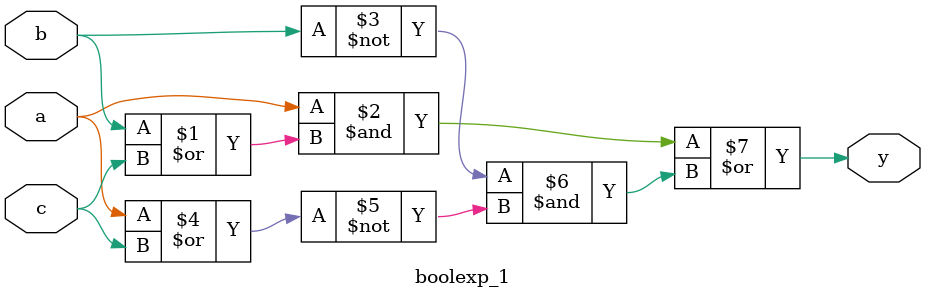
<source format=v>
`timescale 1ns / 1ps


module boolexp_1(
    input a,b,c,
    output y
    );
assign y=a&(b|c)|((~b)&(~(a|c)));
endmodule

</source>
